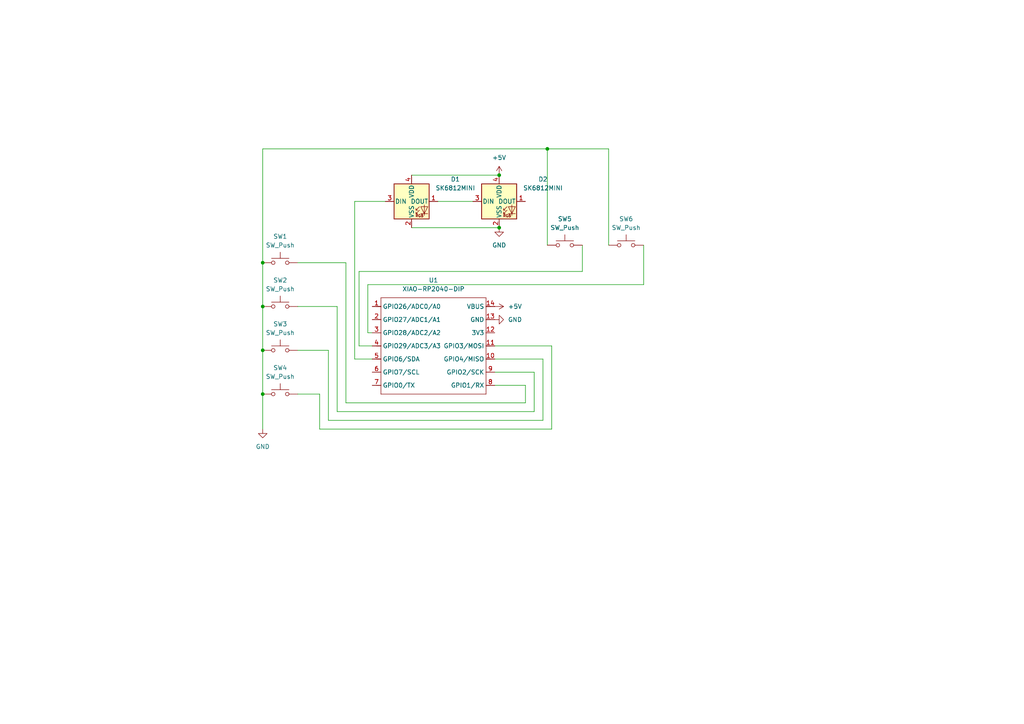
<source format=kicad_sch>
(kicad_sch
	(version 20250114)
	(generator "eeschema")
	(generator_version "9.0")
	(uuid "75833699-88ff-4db4-9027-850c66d04db1")
	(paper "A4")
	(lib_symbols
		(symbol "LED:SK6812MINI"
			(pin_names
				(offset 0.254)
			)
			(exclude_from_sim no)
			(in_bom yes)
			(on_board yes)
			(property "Reference" "D"
				(at 5.08 5.715 0)
				(effects
					(font
						(size 1.27 1.27)
					)
					(justify right bottom)
				)
			)
			(property "Value" "SK6812MINI"
				(at 1.27 -5.715 0)
				(effects
					(font
						(size 1.27 1.27)
					)
					(justify left top)
				)
			)
			(property "Footprint" "LED_SMD:LED_SK6812MINI_PLCC4_3.5x3.5mm_P1.75mm"
				(at 1.27 -7.62 0)
				(effects
					(font
						(size 1.27 1.27)
					)
					(justify left top)
					(hide yes)
				)
			)
			(property "Datasheet" "https://cdn-shop.adafruit.com/product-files/2686/SK6812MINI_REV.01-1-2.pdf"
				(at 2.54 -9.525 0)
				(effects
					(font
						(size 1.27 1.27)
					)
					(justify left top)
					(hide yes)
				)
			)
			(property "Description" "RGB LED with integrated controller"
				(at 0 0 0)
				(effects
					(font
						(size 1.27 1.27)
					)
					(hide yes)
				)
			)
			(property "ki_keywords" "RGB LED NeoPixel Mini addressable"
				(at 0 0 0)
				(effects
					(font
						(size 1.27 1.27)
					)
					(hide yes)
				)
			)
			(property "ki_fp_filters" "LED*SK6812MINI*PLCC*3.5x3.5mm*P1.75mm*"
				(at 0 0 0)
				(effects
					(font
						(size 1.27 1.27)
					)
					(hide yes)
				)
			)
			(symbol "SK6812MINI_0_0"
				(text "RGB"
					(at 2.286 -4.191 0)
					(effects
						(font
							(size 0.762 0.762)
						)
					)
				)
			)
			(symbol "SK6812MINI_0_1"
				(polyline
					(pts
						(xy 1.27 -2.54) (xy 1.778 -2.54)
					)
					(stroke
						(width 0)
						(type default)
					)
					(fill
						(type none)
					)
				)
				(polyline
					(pts
						(xy 1.27 -3.556) (xy 1.778 -3.556)
					)
					(stroke
						(width 0)
						(type default)
					)
					(fill
						(type none)
					)
				)
				(polyline
					(pts
						(xy 2.286 -1.524) (xy 1.27 -2.54) (xy 1.27 -2.032)
					)
					(stroke
						(width 0)
						(type default)
					)
					(fill
						(type none)
					)
				)
				(polyline
					(pts
						(xy 2.286 -2.54) (xy 1.27 -3.556) (xy 1.27 -3.048)
					)
					(stroke
						(width 0)
						(type default)
					)
					(fill
						(type none)
					)
				)
				(polyline
					(pts
						(xy 3.683 -1.016) (xy 3.683 -3.556) (xy 3.683 -4.064)
					)
					(stroke
						(width 0)
						(type default)
					)
					(fill
						(type none)
					)
				)
				(polyline
					(pts
						(xy 4.699 -1.524) (xy 2.667 -1.524) (xy 3.683 -3.556) (xy 4.699 -1.524)
					)
					(stroke
						(width 0)
						(type default)
					)
					(fill
						(type none)
					)
				)
				(polyline
					(pts
						(xy 4.699 -3.556) (xy 2.667 -3.556)
					)
					(stroke
						(width 0)
						(type default)
					)
					(fill
						(type none)
					)
				)
				(rectangle
					(start 5.08 5.08)
					(end -5.08 -5.08)
					(stroke
						(width 0.254)
						(type default)
					)
					(fill
						(type background)
					)
				)
			)
			(symbol "SK6812MINI_1_1"
				(pin input line
					(at -7.62 0 0)
					(length 2.54)
					(name "DIN"
						(effects
							(font
								(size 1.27 1.27)
							)
						)
					)
					(number "3"
						(effects
							(font
								(size 1.27 1.27)
							)
						)
					)
				)
				(pin power_in line
					(at 0 7.62 270)
					(length 2.54)
					(name "VDD"
						(effects
							(font
								(size 1.27 1.27)
							)
						)
					)
					(number "4"
						(effects
							(font
								(size 1.27 1.27)
							)
						)
					)
				)
				(pin power_in line
					(at 0 -7.62 90)
					(length 2.54)
					(name "VSS"
						(effects
							(font
								(size 1.27 1.27)
							)
						)
					)
					(number "2"
						(effects
							(font
								(size 1.27 1.27)
							)
						)
					)
				)
				(pin output line
					(at 7.62 0 180)
					(length 2.54)
					(name "DOUT"
						(effects
							(font
								(size 1.27 1.27)
							)
						)
					)
					(number "1"
						(effects
							(font
								(size 1.27 1.27)
							)
						)
					)
				)
			)
			(embedded_fonts no)
		)
		(symbol "Seeed_Studio_XIAO_Series:XIAO-RP2040-DIP"
			(exclude_from_sim no)
			(in_bom yes)
			(on_board yes)
			(property "Reference" "U"
				(at 0 0 0)
				(effects
					(font
						(size 1.27 1.27)
					)
				)
			)
			(property "Value" "XIAO-RP2040-DIP"
				(at 5.334 -1.778 0)
				(effects
					(font
						(size 1.27 1.27)
					)
				)
			)
			(property "Footprint" "Module:MOUDLE14P-XIAO-DIP-SMD"
				(at 14.478 -32.258 0)
				(effects
					(font
						(size 1.27 1.27)
					)
					(hide yes)
				)
			)
			(property "Datasheet" ""
				(at 0 0 0)
				(effects
					(font
						(size 1.27 1.27)
					)
					(hide yes)
				)
			)
			(property "Description" ""
				(at 0 0 0)
				(effects
					(font
						(size 1.27 1.27)
					)
					(hide yes)
				)
			)
			(symbol "XIAO-RP2040-DIP_1_0"
				(polyline
					(pts
						(xy -1.27 -2.54) (xy 29.21 -2.54)
					)
					(stroke
						(width 0.1524)
						(type solid)
					)
					(fill
						(type none)
					)
				)
				(polyline
					(pts
						(xy -1.27 -5.08) (xy -2.54 -5.08)
					)
					(stroke
						(width 0.1524)
						(type solid)
					)
					(fill
						(type none)
					)
				)
				(polyline
					(pts
						(xy -1.27 -5.08) (xy -1.27 -2.54)
					)
					(stroke
						(width 0.1524)
						(type solid)
					)
					(fill
						(type none)
					)
				)
				(polyline
					(pts
						(xy -1.27 -8.89) (xy -2.54 -8.89)
					)
					(stroke
						(width 0.1524)
						(type solid)
					)
					(fill
						(type none)
					)
				)
				(polyline
					(pts
						(xy -1.27 -8.89) (xy -1.27 -5.08)
					)
					(stroke
						(width 0.1524)
						(type solid)
					)
					(fill
						(type none)
					)
				)
				(polyline
					(pts
						(xy -1.27 -12.7) (xy -2.54 -12.7)
					)
					(stroke
						(width 0.1524)
						(type solid)
					)
					(fill
						(type none)
					)
				)
				(polyline
					(pts
						(xy -1.27 -12.7) (xy -1.27 -8.89)
					)
					(stroke
						(width 0.1524)
						(type solid)
					)
					(fill
						(type none)
					)
				)
				(polyline
					(pts
						(xy -1.27 -16.51) (xy -2.54 -16.51)
					)
					(stroke
						(width 0.1524)
						(type solid)
					)
					(fill
						(type none)
					)
				)
				(polyline
					(pts
						(xy -1.27 -16.51) (xy -1.27 -12.7)
					)
					(stroke
						(width 0.1524)
						(type solid)
					)
					(fill
						(type none)
					)
				)
				(polyline
					(pts
						(xy -1.27 -20.32) (xy -2.54 -20.32)
					)
					(stroke
						(width 0.1524)
						(type solid)
					)
					(fill
						(type none)
					)
				)
				(polyline
					(pts
						(xy -1.27 -24.13) (xy -2.54 -24.13)
					)
					(stroke
						(width 0.1524)
						(type solid)
					)
					(fill
						(type none)
					)
				)
				(polyline
					(pts
						(xy -1.27 -27.94) (xy -2.54 -27.94)
					)
					(stroke
						(width 0.1524)
						(type solid)
					)
					(fill
						(type none)
					)
				)
				(polyline
					(pts
						(xy -1.27 -30.48) (xy -1.27 -16.51)
					)
					(stroke
						(width 0.1524)
						(type solid)
					)
					(fill
						(type none)
					)
				)
				(polyline
					(pts
						(xy 29.21 -2.54) (xy 29.21 -5.08)
					)
					(stroke
						(width 0.1524)
						(type solid)
					)
					(fill
						(type none)
					)
				)
				(polyline
					(pts
						(xy 29.21 -5.08) (xy 29.21 -8.89)
					)
					(stroke
						(width 0.1524)
						(type solid)
					)
					(fill
						(type none)
					)
				)
				(polyline
					(pts
						(xy 29.21 -8.89) (xy 29.21 -12.7)
					)
					(stroke
						(width 0.1524)
						(type solid)
					)
					(fill
						(type none)
					)
				)
				(polyline
					(pts
						(xy 29.21 -12.7) (xy 29.21 -30.48)
					)
					(stroke
						(width 0.1524)
						(type solid)
					)
					(fill
						(type none)
					)
				)
				(polyline
					(pts
						(xy 29.21 -30.48) (xy -1.27 -30.48)
					)
					(stroke
						(width 0.1524)
						(type solid)
					)
					(fill
						(type none)
					)
				)
				(polyline
					(pts
						(xy 30.48 -5.08) (xy 29.21 -5.08)
					)
					(stroke
						(width 0.1524)
						(type solid)
					)
					(fill
						(type none)
					)
				)
				(polyline
					(pts
						(xy 30.48 -8.89) (xy 29.21 -8.89)
					)
					(stroke
						(width 0.1524)
						(type solid)
					)
					(fill
						(type none)
					)
				)
				(polyline
					(pts
						(xy 30.48 -12.7) (xy 29.21 -12.7)
					)
					(stroke
						(width 0.1524)
						(type solid)
					)
					(fill
						(type none)
					)
				)
				(polyline
					(pts
						(xy 30.48 -16.51) (xy 29.21 -16.51)
					)
					(stroke
						(width 0.1524)
						(type solid)
					)
					(fill
						(type none)
					)
				)
				(polyline
					(pts
						(xy 30.48 -20.32) (xy 29.21 -20.32)
					)
					(stroke
						(width 0.1524)
						(type solid)
					)
					(fill
						(type none)
					)
				)
				(polyline
					(pts
						(xy 30.48 -24.13) (xy 29.21 -24.13)
					)
					(stroke
						(width 0.1524)
						(type solid)
					)
					(fill
						(type none)
					)
				)
				(polyline
					(pts
						(xy 30.48 -27.94) (xy 29.21 -27.94)
					)
					(stroke
						(width 0.1524)
						(type solid)
					)
					(fill
						(type none)
					)
				)
				(pin passive line
					(at -3.81 -5.08 0)
					(length 2.54)
					(name "GPIO26/ADC0/A0"
						(effects
							(font
								(size 1.27 1.27)
							)
						)
					)
					(number "1"
						(effects
							(font
								(size 1.27 1.27)
							)
						)
					)
				)
				(pin passive line
					(at -3.81 -8.89 0)
					(length 2.54)
					(name "GPIO27/ADC1/A1"
						(effects
							(font
								(size 1.27 1.27)
							)
						)
					)
					(number "2"
						(effects
							(font
								(size 1.27 1.27)
							)
						)
					)
				)
				(pin passive line
					(at -3.81 -12.7 0)
					(length 2.54)
					(name "GPIO28/ADC2/A2"
						(effects
							(font
								(size 1.27 1.27)
							)
						)
					)
					(number "3"
						(effects
							(font
								(size 1.27 1.27)
							)
						)
					)
				)
				(pin passive line
					(at -3.81 -16.51 0)
					(length 2.54)
					(name "GPIO29/ADC3/A3"
						(effects
							(font
								(size 1.27 1.27)
							)
						)
					)
					(number "4"
						(effects
							(font
								(size 1.27 1.27)
							)
						)
					)
				)
				(pin passive line
					(at -3.81 -20.32 0)
					(length 2.54)
					(name "GPIO6/SDA"
						(effects
							(font
								(size 1.27 1.27)
							)
						)
					)
					(number "5"
						(effects
							(font
								(size 1.27 1.27)
							)
						)
					)
				)
				(pin passive line
					(at -3.81 -24.13 0)
					(length 2.54)
					(name "GPIO7/SCL"
						(effects
							(font
								(size 1.27 1.27)
							)
						)
					)
					(number "6"
						(effects
							(font
								(size 1.27 1.27)
							)
						)
					)
				)
				(pin passive line
					(at -3.81 -27.94 0)
					(length 2.54)
					(name "GPIO0/TX"
						(effects
							(font
								(size 1.27 1.27)
							)
						)
					)
					(number "7"
						(effects
							(font
								(size 1.27 1.27)
							)
						)
					)
				)
				(pin passive line
					(at 31.75 -5.08 180)
					(length 2.54)
					(name "VBUS"
						(effects
							(font
								(size 1.27 1.27)
							)
						)
					)
					(number "14"
						(effects
							(font
								(size 1.27 1.27)
							)
						)
					)
				)
				(pin passive line
					(at 31.75 -8.89 180)
					(length 2.54)
					(name "GND"
						(effects
							(font
								(size 1.27 1.27)
							)
						)
					)
					(number "13"
						(effects
							(font
								(size 1.27 1.27)
							)
						)
					)
				)
				(pin passive line
					(at 31.75 -12.7 180)
					(length 2.54)
					(name "3V3"
						(effects
							(font
								(size 1.27 1.27)
							)
						)
					)
					(number "12"
						(effects
							(font
								(size 1.27 1.27)
							)
						)
					)
				)
				(pin passive line
					(at 31.75 -16.51 180)
					(length 2.54)
					(name "GPIO3/MOSI"
						(effects
							(font
								(size 1.27 1.27)
							)
						)
					)
					(number "11"
						(effects
							(font
								(size 1.27 1.27)
							)
						)
					)
				)
				(pin passive line
					(at 31.75 -20.32 180)
					(length 2.54)
					(name "GPIO4/MISO"
						(effects
							(font
								(size 1.27 1.27)
							)
						)
					)
					(number "10"
						(effects
							(font
								(size 1.27 1.27)
							)
						)
					)
				)
				(pin passive line
					(at 31.75 -24.13 180)
					(length 2.54)
					(name "GPIO2/SCK"
						(effects
							(font
								(size 1.27 1.27)
							)
						)
					)
					(number "9"
						(effects
							(font
								(size 1.27 1.27)
							)
						)
					)
				)
				(pin passive line
					(at 31.75 -27.94 180)
					(length 2.54)
					(name "GPIO1/RX"
						(effects
							(font
								(size 1.27 1.27)
							)
						)
					)
					(number "8"
						(effects
							(font
								(size 1.27 1.27)
							)
						)
					)
				)
			)
			(embedded_fonts no)
		)
		(symbol "Switch:SW_Push"
			(pin_numbers
				(hide yes)
			)
			(pin_names
				(offset 1.016)
				(hide yes)
			)
			(exclude_from_sim no)
			(in_bom yes)
			(on_board yes)
			(property "Reference" "SW"
				(at 1.27 2.54 0)
				(effects
					(font
						(size 1.27 1.27)
					)
					(justify left)
				)
			)
			(property "Value" "SW_Push"
				(at 0 -1.524 0)
				(effects
					(font
						(size 1.27 1.27)
					)
				)
			)
			(property "Footprint" ""
				(at 0 5.08 0)
				(effects
					(font
						(size 1.27 1.27)
					)
					(hide yes)
				)
			)
			(property "Datasheet" "~"
				(at 0 5.08 0)
				(effects
					(font
						(size 1.27 1.27)
					)
					(hide yes)
				)
			)
			(property "Description" "Push button switch, generic, two pins"
				(at 0 0 0)
				(effects
					(font
						(size 1.27 1.27)
					)
					(hide yes)
				)
			)
			(property "ki_keywords" "switch normally-open pushbutton push-button"
				(at 0 0 0)
				(effects
					(font
						(size 1.27 1.27)
					)
					(hide yes)
				)
			)
			(symbol "SW_Push_0_1"
				(circle
					(center -2.032 0)
					(radius 0.508)
					(stroke
						(width 0)
						(type default)
					)
					(fill
						(type none)
					)
				)
				(polyline
					(pts
						(xy 0 1.27) (xy 0 3.048)
					)
					(stroke
						(width 0)
						(type default)
					)
					(fill
						(type none)
					)
				)
				(circle
					(center 2.032 0)
					(radius 0.508)
					(stroke
						(width 0)
						(type default)
					)
					(fill
						(type none)
					)
				)
				(polyline
					(pts
						(xy 2.54 1.27) (xy -2.54 1.27)
					)
					(stroke
						(width 0)
						(type default)
					)
					(fill
						(type none)
					)
				)
				(pin passive line
					(at -5.08 0 0)
					(length 2.54)
					(name "1"
						(effects
							(font
								(size 1.27 1.27)
							)
						)
					)
					(number "1"
						(effects
							(font
								(size 1.27 1.27)
							)
						)
					)
				)
				(pin passive line
					(at 5.08 0 180)
					(length 2.54)
					(name "2"
						(effects
							(font
								(size 1.27 1.27)
							)
						)
					)
					(number "2"
						(effects
							(font
								(size 1.27 1.27)
							)
						)
					)
				)
			)
			(embedded_fonts no)
		)
		(symbol "power:+5V"
			(power)
			(pin_numbers
				(hide yes)
			)
			(pin_names
				(offset 0)
				(hide yes)
			)
			(exclude_from_sim no)
			(in_bom yes)
			(on_board yes)
			(property "Reference" "#PWR"
				(at 0 -3.81 0)
				(effects
					(font
						(size 1.27 1.27)
					)
					(hide yes)
				)
			)
			(property "Value" "+5V"
				(at 0 3.556 0)
				(effects
					(font
						(size 1.27 1.27)
					)
				)
			)
			(property "Footprint" ""
				(at 0 0 0)
				(effects
					(font
						(size 1.27 1.27)
					)
					(hide yes)
				)
			)
			(property "Datasheet" ""
				(at 0 0 0)
				(effects
					(font
						(size 1.27 1.27)
					)
					(hide yes)
				)
			)
			(property "Description" "Power symbol creates a global label with name \"+5V\""
				(at 0 0 0)
				(effects
					(font
						(size 1.27 1.27)
					)
					(hide yes)
				)
			)
			(property "ki_keywords" "global power"
				(at 0 0 0)
				(effects
					(font
						(size 1.27 1.27)
					)
					(hide yes)
				)
			)
			(symbol "+5V_0_1"
				(polyline
					(pts
						(xy -0.762 1.27) (xy 0 2.54)
					)
					(stroke
						(width 0)
						(type default)
					)
					(fill
						(type none)
					)
				)
				(polyline
					(pts
						(xy 0 2.54) (xy 0.762 1.27)
					)
					(stroke
						(width 0)
						(type default)
					)
					(fill
						(type none)
					)
				)
				(polyline
					(pts
						(xy 0 0) (xy 0 2.54)
					)
					(stroke
						(width 0)
						(type default)
					)
					(fill
						(type none)
					)
				)
			)
			(symbol "+5V_1_1"
				(pin power_in line
					(at 0 0 90)
					(length 0)
					(name "~"
						(effects
							(font
								(size 1.27 1.27)
							)
						)
					)
					(number "1"
						(effects
							(font
								(size 1.27 1.27)
							)
						)
					)
				)
			)
			(embedded_fonts no)
		)
		(symbol "power:GND"
			(power)
			(pin_numbers
				(hide yes)
			)
			(pin_names
				(offset 0)
				(hide yes)
			)
			(exclude_from_sim no)
			(in_bom yes)
			(on_board yes)
			(property "Reference" "#PWR"
				(at 0 -6.35 0)
				(effects
					(font
						(size 1.27 1.27)
					)
					(hide yes)
				)
			)
			(property "Value" "GND"
				(at 0 -3.81 0)
				(effects
					(font
						(size 1.27 1.27)
					)
				)
			)
			(property "Footprint" ""
				(at 0 0 0)
				(effects
					(font
						(size 1.27 1.27)
					)
					(hide yes)
				)
			)
			(property "Datasheet" ""
				(at 0 0 0)
				(effects
					(font
						(size 1.27 1.27)
					)
					(hide yes)
				)
			)
			(property "Description" "Power symbol creates a global label with name \"GND\" , ground"
				(at 0 0 0)
				(effects
					(font
						(size 1.27 1.27)
					)
					(hide yes)
				)
			)
			(property "ki_keywords" "global power"
				(at 0 0 0)
				(effects
					(font
						(size 1.27 1.27)
					)
					(hide yes)
				)
			)
			(symbol "GND_0_1"
				(polyline
					(pts
						(xy 0 0) (xy 0 -1.27) (xy 1.27 -1.27) (xy 0 -2.54) (xy -1.27 -1.27) (xy 0 -1.27)
					)
					(stroke
						(width 0)
						(type default)
					)
					(fill
						(type none)
					)
				)
			)
			(symbol "GND_1_1"
				(pin power_in line
					(at 0 0 270)
					(length 0)
					(name "~"
						(effects
							(font
								(size 1.27 1.27)
							)
						)
					)
					(number "1"
						(effects
							(font
								(size 1.27 1.27)
							)
						)
					)
				)
			)
			(embedded_fonts no)
		)
	)
	(junction
		(at 144.78 50.8)
		(diameter 0)
		(color 0 0 0 0)
		(uuid "1453ec88-24d7-4c2d-acce-42c3267ee89e")
	)
	(junction
		(at 76.2 76.2)
		(diameter 0)
		(color 0 0 0 0)
		(uuid "31a33cce-b1c6-4076-88e5-f70d824748d8")
	)
	(junction
		(at 76.2 88.9)
		(diameter 0)
		(color 0 0 0 0)
		(uuid "3a107a71-a207-4648-8bfb-7b4d38540171")
	)
	(junction
		(at 158.75 43.18)
		(diameter 0)
		(color 0 0 0 0)
		(uuid "94e02258-e8a7-4f8d-9c9f-31e59d0e69c3")
	)
	(junction
		(at 76.2 101.6)
		(diameter 0)
		(color 0 0 0 0)
		(uuid "a32b0147-0492-48b0-9a4c-a996ad548bf2")
	)
	(junction
		(at 144.78 66.04)
		(diameter 0)
		(color 0 0 0 0)
		(uuid "d3b554bb-ee05-4bce-85f9-6ebe50f1252c")
	)
	(junction
		(at 76.2 114.3)
		(diameter 0)
		(color 0 0 0 0)
		(uuid "edfbcd94-b4db-40d1-b031-ead7e8815afe")
	)
	(wire
		(pts
			(xy 119.38 50.8) (xy 144.78 50.8)
		)
		(stroke
			(width 0)
			(type default)
		)
		(uuid "06851540-fcc3-43c3-a7ec-abe12572fdf4")
	)
	(wire
		(pts
			(xy 76.2 114.3) (xy 76.2 124.46)
		)
		(stroke
			(width 0)
			(type default)
		)
		(uuid "0ed9dc04-a706-4623-a611-1df4cf6dd2d7")
	)
	(wire
		(pts
			(xy 168.91 78.74) (xy 104.14 78.74)
		)
		(stroke
			(width 0)
			(type default)
		)
		(uuid "11e20931-0f84-4767-a6ed-6704df4ca8e6")
	)
	(wire
		(pts
			(xy 143.51 111.76) (xy 152.4 111.76)
		)
		(stroke
			(width 0)
			(type default)
		)
		(uuid "13380057-39e9-4a34-9ea3-ca5556263544")
	)
	(wire
		(pts
			(xy 102.87 58.42) (xy 111.76 58.42)
		)
		(stroke
			(width 0)
			(type default)
		)
		(uuid "159b1b5f-0715-4ab5-aad2-e8300d562d3d")
	)
	(wire
		(pts
			(xy 152.4 111.76) (xy 152.4 116.84)
		)
		(stroke
			(width 0)
			(type default)
		)
		(uuid "23b8b21c-6893-4ddb-9220-a3b2a01414b6")
	)
	(wire
		(pts
			(xy 186.69 82.55) (xy 106.68 82.55)
		)
		(stroke
			(width 0)
			(type default)
		)
		(uuid "2d8a4ee9-74e3-4e05-a100-aac9c09e9e49")
	)
	(wire
		(pts
			(xy 100.33 76.2) (xy 86.36 76.2)
		)
		(stroke
			(width 0)
			(type default)
		)
		(uuid "32f7327c-9df9-490f-9cb3-0ee5e59fb742")
	)
	(wire
		(pts
			(xy 168.91 71.12) (xy 168.91 78.74)
		)
		(stroke
			(width 0)
			(type default)
		)
		(uuid "375b5a32-d36c-44e4-838c-82f23875355e")
	)
	(wire
		(pts
			(xy 127 58.42) (xy 137.16 58.42)
		)
		(stroke
			(width 0)
			(type default)
		)
		(uuid "385c7939-ff9a-4018-86a4-53c1aff5bd95")
	)
	(wire
		(pts
			(xy 154.94 119.38) (xy 154.94 107.95)
		)
		(stroke
			(width 0)
			(type default)
		)
		(uuid "46b269fc-692f-442a-a96d-718cee4e9b73")
	)
	(wire
		(pts
			(xy 97.79 119.38) (xy 154.94 119.38)
		)
		(stroke
			(width 0)
			(type default)
		)
		(uuid "4a65af7f-38c6-4625-95b4-5afc4b6a9d85")
	)
	(wire
		(pts
			(xy 176.53 43.18) (xy 158.75 43.18)
		)
		(stroke
			(width 0)
			(type default)
		)
		(uuid "4acb5667-ba0b-4e81-8c02-c38c2049c70f")
	)
	(wire
		(pts
			(xy 157.48 104.14) (xy 157.48 121.92)
		)
		(stroke
			(width 0)
			(type default)
		)
		(uuid "55f35c0d-29ab-4a6e-bccf-5d9980ea73e0")
	)
	(wire
		(pts
			(xy 143.51 104.14) (xy 157.48 104.14)
		)
		(stroke
			(width 0)
			(type default)
		)
		(uuid "5cdb43ea-4735-4dc7-8dc1-d95dedbae7f9")
	)
	(wire
		(pts
			(xy 176.53 71.12) (xy 176.53 43.18)
		)
		(stroke
			(width 0)
			(type default)
		)
		(uuid "63c0e723-804d-41d3-813f-6dded968f8b6")
	)
	(wire
		(pts
			(xy 102.87 104.14) (xy 102.87 58.42)
		)
		(stroke
			(width 0)
			(type default)
		)
		(uuid "68bffb73-844d-4ba6-a6d0-07b46dbcb6cc")
	)
	(wire
		(pts
			(xy 104.14 78.74) (xy 104.14 100.33)
		)
		(stroke
			(width 0)
			(type default)
		)
		(uuid "6b513e73-62a9-4237-a7a0-4e9c0b05ec76")
	)
	(wire
		(pts
			(xy 106.68 96.52) (xy 107.95 96.52)
		)
		(stroke
			(width 0)
			(type default)
		)
		(uuid "6d11cb85-c962-4a56-a2aa-c130d2ecaacd")
	)
	(wire
		(pts
			(xy 76.2 88.9) (xy 76.2 101.6)
		)
		(stroke
			(width 0)
			(type default)
		)
		(uuid "7e6cff65-55b3-4343-837a-627465519582")
	)
	(wire
		(pts
			(xy 158.75 71.12) (xy 158.75 43.18)
		)
		(stroke
			(width 0)
			(type default)
		)
		(uuid "7e8f1161-960e-430a-ba0b-e7f5beb4c3f1")
	)
	(wire
		(pts
			(xy 92.71 114.3) (xy 92.71 124.46)
		)
		(stroke
			(width 0)
			(type default)
		)
		(uuid "85abac9c-551c-409e-b191-833ffc79a87b")
	)
	(wire
		(pts
			(xy 160.02 100.33) (xy 143.51 100.33)
		)
		(stroke
			(width 0)
			(type default)
		)
		(uuid "85e53f2f-1e92-43d1-a15f-58b68975fdaf")
	)
	(wire
		(pts
			(xy 107.95 104.14) (xy 102.87 104.14)
		)
		(stroke
			(width 0)
			(type default)
		)
		(uuid "8ad9d88d-63c3-4067-bea0-d4d547a5d699")
	)
	(wire
		(pts
			(xy 119.38 66.04) (xy 144.78 66.04)
		)
		(stroke
			(width 0)
			(type default)
		)
		(uuid "8bd8177a-6054-456e-8221-d9e5e59a0f91")
	)
	(wire
		(pts
			(xy 76.2 101.6) (xy 76.2 114.3)
		)
		(stroke
			(width 0)
			(type default)
		)
		(uuid "9ff8cfd0-31d8-4323-ba5b-4df7da413a42")
	)
	(wire
		(pts
			(xy 97.79 88.9) (xy 97.79 119.38)
		)
		(stroke
			(width 0)
			(type default)
		)
		(uuid "a1491527-702c-4617-b185-cd3c585b1200")
	)
	(wire
		(pts
			(xy 95.25 101.6) (xy 86.36 101.6)
		)
		(stroke
			(width 0)
			(type default)
		)
		(uuid "a43707d0-120d-49be-83ff-11409bb67f62")
	)
	(wire
		(pts
			(xy 76.2 43.18) (xy 76.2 76.2)
		)
		(stroke
			(width 0)
			(type default)
		)
		(uuid "c4dcf22d-dfaa-42a6-8a2e-ca7f25e4bf49")
	)
	(wire
		(pts
			(xy 95.25 121.92) (xy 95.25 101.6)
		)
		(stroke
			(width 0)
			(type default)
		)
		(uuid "c97849ec-3bd8-4cc2-a8ad-ee15050255ea")
	)
	(wire
		(pts
			(xy 158.75 43.18) (xy 76.2 43.18)
		)
		(stroke
			(width 0)
			(type default)
		)
		(uuid "d3a024ef-d30f-4c55-b922-9cd82236c1ac")
	)
	(wire
		(pts
			(xy 76.2 76.2) (xy 76.2 88.9)
		)
		(stroke
			(width 0)
			(type default)
		)
		(uuid "d6257d94-5c27-4cc8-9acc-f28aa86f74fe")
	)
	(wire
		(pts
			(xy 186.69 71.12) (xy 186.69 82.55)
		)
		(stroke
			(width 0)
			(type default)
		)
		(uuid "de435019-e5d1-480b-a97f-7318e3c8d3a6")
	)
	(wire
		(pts
			(xy 86.36 88.9) (xy 97.79 88.9)
		)
		(stroke
			(width 0)
			(type default)
		)
		(uuid "e303e895-0857-4739-b10d-62f7ca61bd90")
	)
	(wire
		(pts
			(xy 152.4 116.84) (xy 100.33 116.84)
		)
		(stroke
			(width 0)
			(type default)
		)
		(uuid "e75b5ff5-a584-4f84-9243-f4e278649ebd")
	)
	(wire
		(pts
			(xy 154.94 107.95) (xy 143.51 107.95)
		)
		(stroke
			(width 0)
			(type default)
		)
		(uuid "eeea74a7-d311-4c8f-8350-2cb5c4bfd3d0")
	)
	(wire
		(pts
			(xy 86.36 114.3) (xy 92.71 114.3)
		)
		(stroke
			(width 0)
			(type default)
		)
		(uuid "ef8934d3-6c61-4ba7-8ab6-0941674bdc2c")
	)
	(wire
		(pts
			(xy 160.02 124.46) (xy 160.02 100.33)
		)
		(stroke
			(width 0)
			(type default)
		)
		(uuid "f0d25e81-1494-488d-8396-f06ff8c98301")
	)
	(wire
		(pts
			(xy 92.71 124.46) (xy 160.02 124.46)
		)
		(stroke
			(width 0)
			(type default)
		)
		(uuid "f18a821f-d85e-4033-9f91-d0ebdbc1d7d7")
	)
	(wire
		(pts
			(xy 104.14 100.33) (xy 107.95 100.33)
		)
		(stroke
			(width 0)
			(type default)
		)
		(uuid "f3ce803e-35b1-4f62-88f2-9180fbd1b6ca")
	)
	(wire
		(pts
			(xy 100.33 116.84) (xy 100.33 76.2)
		)
		(stroke
			(width 0)
			(type default)
		)
		(uuid "f46770ff-ef28-4b00-8872-e65a8cb60b05")
	)
	(wire
		(pts
			(xy 106.68 82.55) (xy 106.68 96.52)
		)
		(stroke
			(width 0)
			(type default)
		)
		(uuid "f6d25e78-e17f-4356-bc58-25f1c9420a85")
	)
	(wire
		(pts
			(xy 157.48 121.92) (xy 95.25 121.92)
		)
		(stroke
			(width 0)
			(type default)
		)
		(uuid "fe2337cc-35b2-4650-86d0-c48c3afef3a7")
	)
	(symbol
		(lib_id "Seeed_Studio_XIAO_Series:XIAO-RP2040-DIP")
		(at 111.76 83.82 0)
		(unit 1)
		(exclude_from_sim no)
		(in_bom yes)
		(on_board yes)
		(dnp no)
		(fields_autoplaced yes)
		(uuid "01d8c25f-1ca2-43a1-8ff3-a28f5ffead93")
		(property "Reference" "U1"
			(at 125.73 81.28 0)
			(effects
				(font
					(size 1.27 1.27)
				)
			)
		)
		(property "Value" "XIAO-RP2040-DIP"
			(at 125.73 83.82 0)
			(effects
				(font
					(size 1.27 1.27)
				)
			)
		)
		(property "Footprint" "Seeed Studio XIAO Series Library:XIAO-RP2040-DIP"
			(at 126.238 116.078 0)
			(effects
				(font
					(size 1.27 1.27)
				)
				(hide yes)
			)
		)
		(property "Datasheet" ""
			(at 111.76 83.82 0)
			(effects
				(font
					(size 1.27 1.27)
				)
				(hide yes)
			)
		)
		(property "Description" ""
			(at 111.76 83.82 0)
			(effects
				(font
					(size 1.27 1.27)
				)
				(hide yes)
			)
		)
		(pin "1"
			(uuid "c5963e0e-bd46-48e0-92ba-79c7373b9392")
		)
		(pin "10"
			(uuid "859c9784-b8da-420d-a366-1fbacf17a3ba")
		)
		(pin "8"
			(uuid "f121c819-98d0-4dee-93dd-c8e29864f6ce")
		)
		(pin "14"
			(uuid "40a3e1e8-c8cc-4abe-a103-7e036143ed88")
		)
		(pin "13"
			(uuid "de594581-5287-465f-85a9-374b3d4d50e9")
		)
		(pin "5"
			(uuid "0bf03dcf-256c-4f54-b844-be64659977d4")
		)
		(pin "11"
			(uuid "b958d6d6-cc1b-4c27-bd6b-35a2fb987b05")
		)
		(pin "12"
			(uuid "53fe49ad-747b-4761-95f1-f705c1510e19")
		)
		(pin "6"
			(uuid "0895c95e-f0d8-42d9-9bdf-ce0b9ee90f37")
		)
		(pin "7"
			(uuid "9ab18dff-067d-44bc-8c77-742d25959007")
		)
		(pin "4"
			(uuid "b4cf7693-6454-49c9-b1dd-7c6c94b4c7f0")
		)
		(pin "9"
			(uuid "2b07fe63-7289-45ee-a446-1af0a1fbdd18")
		)
		(pin "2"
			(uuid "3389e209-7589-446b-89ce-f5aee61e25ec")
		)
		(pin "3"
			(uuid "a151c775-e1fa-4c45-8408-f2d553130646")
		)
		(instances
			(project ""
				(path "/75833699-88ff-4db4-9027-850c66d04db1"
					(reference "U1")
					(unit 1)
				)
			)
		)
	)
	(symbol
		(lib_id "power:GND")
		(at 144.78 66.04 0)
		(unit 1)
		(exclude_from_sim no)
		(in_bom yes)
		(on_board yes)
		(dnp no)
		(fields_autoplaced yes)
		(uuid "0a155a73-7031-4f47-bf8e-6ecfb1720fbc")
		(property "Reference" "#PWR02"
			(at 144.78 72.39 0)
			(effects
				(font
					(size 1.27 1.27)
				)
				(hide yes)
			)
		)
		(property "Value" "GND"
			(at 144.78 71.12 0)
			(effects
				(font
					(size 1.27 1.27)
				)
			)
		)
		(property "Footprint" ""
			(at 144.78 66.04 0)
			(effects
				(font
					(size 1.27 1.27)
				)
				(hide yes)
			)
		)
		(property "Datasheet" ""
			(at 144.78 66.04 0)
			(effects
				(font
					(size 1.27 1.27)
				)
				(hide yes)
			)
		)
		(property "Description" "Power symbol creates a global label with name \"GND\" , ground"
			(at 144.78 66.04 0)
			(effects
				(font
					(size 1.27 1.27)
				)
				(hide yes)
			)
		)
		(pin "1"
			(uuid "b9432f7a-132f-4682-8280-193c52c67c16")
		)
		(instances
			(project ""
				(path "/75833699-88ff-4db4-9027-850c66d04db1"
					(reference "#PWR02")
					(unit 1)
				)
			)
		)
	)
	(symbol
		(lib_id "Switch:SW_Push")
		(at 81.28 114.3 0)
		(unit 1)
		(exclude_from_sim no)
		(in_bom yes)
		(on_board yes)
		(dnp no)
		(fields_autoplaced yes)
		(uuid "241dc459-71c6-4b5d-a7af-8e5405824913")
		(property "Reference" "SW4"
			(at 81.28 106.68 0)
			(effects
				(font
					(size 1.27 1.27)
				)
			)
		)
		(property "Value" "SW_Push"
			(at 81.28 109.22 0)
			(effects
				(font
					(size 1.27 1.27)
				)
			)
		)
		(property "Footprint" "Button_Switch_Keyboard:SW_Cherry_MX_1.00u_PCB"
			(at 81.28 109.22 0)
			(effects
				(font
					(size 1.27 1.27)
				)
				(hide yes)
			)
		)
		(property "Datasheet" "~"
			(at 81.28 109.22 0)
			(effects
				(font
					(size 1.27 1.27)
				)
				(hide yes)
			)
		)
		(property "Description" "Push button switch, generic, two pins"
			(at 81.28 114.3 0)
			(effects
				(font
					(size 1.27 1.27)
				)
				(hide yes)
			)
		)
		(pin "2"
			(uuid "1b274181-73a6-487b-a987-b29a4305d44c")
		)
		(pin "1"
			(uuid "63a434fd-61c8-40c6-bc46-a6032ad9906f")
		)
		(instances
			(project ""
				(path "/75833699-88ff-4db4-9027-850c66d04db1"
					(reference "SW4")
					(unit 1)
				)
			)
		)
	)
	(symbol
		(lib_id "Switch:SW_Push")
		(at 81.28 88.9 0)
		(unit 1)
		(exclude_from_sim no)
		(in_bom yes)
		(on_board yes)
		(dnp no)
		(fields_autoplaced yes)
		(uuid "2debfc02-bb65-4501-a997-9a07f9343233")
		(property "Reference" "SW2"
			(at 81.28 81.28 0)
			(effects
				(font
					(size 1.27 1.27)
				)
			)
		)
		(property "Value" "SW_Push"
			(at 81.28 83.82 0)
			(effects
				(font
					(size 1.27 1.27)
				)
			)
		)
		(property "Footprint" "Button_Switch_Keyboard:SW_Cherry_MX_1.00u_PCB"
			(at 81.28 83.82 0)
			(effects
				(font
					(size 1.27 1.27)
				)
				(hide yes)
			)
		)
		(property "Datasheet" "~"
			(at 81.28 83.82 0)
			(effects
				(font
					(size 1.27 1.27)
				)
				(hide yes)
			)
		)
		(property "Description" "Push button switch, generic, two pins"
			(at 81.28 88.9 0)
			(effects
				(font
					(size 1.27 1.27)
				)
				(hide yes)
			)
		)
		(pin "2"
			(uuid "df1905ee-0578-4bb7-a237-1ae3ff596cf6")
		)
		(pin "1"
			(uuid "5860e847-896d-46c8-be4b-b11f665328c3")
		)
		(instances
			(project ""
				(path "/75833699-88ff-4db4-9027-850c66d04db1"
					(reference "SW2")
					(unit 1)
				)
			)
		)
	)
	(symbol
		(lib_id "LED:SK6812MINI")
		(at 144.78 58.42 0)
		(unit 1)
		(exclude_from_sim no)
		(in_bom yes)
		(on_board yes)
		(dnp no)
		(fields_autoplaced yes)
		(uuid "5315c75f-7293-43a8-9f4e-d9fe2d16f211")
		(property "Reference" "D2"
			(at 157.48 51.9998 0)
			(effects
				(font
					(size 1.27 1.27)
				)
			)
		)
		(property "Value" "SK6812MINI"
			(at 157.48 54.5398 0)
			(effects
				(font
					(size 1.27 1.27)
				)
			)
		)
		(property "Footprint" "LED_SMD:LED_SK6812MINI_PLCC4_3.5x3.5mm_P1.75mm"
			(at 146.05 66.04 0)
			(effects
				(font
					(size 1.27 1.27)
				)
				(justify left top)
				(hide yes)
			)
		)
		(property "Datasheet" "https://cdn-shop.adafruit.com/product-files/2686/SK6812MINI_REV.01-1-2.pdf"
			(at 147.32 67.945 0)
			(effects
				(font
					(size 1.27 1.27)
				)
				(justify left top)
				(hide yes)
			)
		)
		(property "Description" "RGB LED with integrated controller"
			(at 144.78 58.42 0)
			(effects
				(font
					(size 1.27 1.27)
				)
				(hide yes)
			)
		)
		(pin "2"
			(uuid "1faa84d0-9820-47a2-b639-7861748f5727")
		)
		(pin "3"
			(uuid "a2ecd8f1-500d-44a7-b4b8-e1b0e6ad6b48")
		)
		(pin "4"
			(uuid "e870f7d7-3955-4174-b8b5-a6dd82e960cf")
		)
		(pin "1"
			(uuid "9a703e26-93d8-47b8-986d-dd9e187e54a8")
		)
		(instances
			(project ""
				(path "/75833699-88ff-4db4-9027-850c66d04db1"
					(reference "D2")
					(unit 1)
				)
			)
		)
	)
	(symbol
		(lib_id "LED:SK6812MINI")
		(at 119.38 58.42 0)
		(unit 1)
		(exclude_from_sim no)
		(in_bom yes)
		(on_board yes)
		(dnp no)
		(fields_autoplaced yes)
		(uuid "589967d5-5444-4078-8cf7-c1a56459fcfe")
		(property "Reference" "D1"
			(at 132.08 51.9998 0)
			(effects
				(font
					(size 1.27 1.27)
				)
			)
		)
		(property "Value" "SK6812MINI"
			(at 132.08 54.5398 0)
			(effects
				(font
					(size 1.27 1.27)
				)
			)
		)
		(property "Footprint" "LED_SMD:LED_SK6812MINI_PLCC4_3.5x3.5mm_P1.75mm"
			(at 120.65 66.04 0)
			(effects
				(font
					(size 1.27 1.27)
				)
				(justify left top)
				(hide yes)
			)
		)
		(property "Datasheet" "https://cdn-shop.adafruit.com/product-files/2686/SK6812MINI_REV.01-1-2.pdf"
			(at 121.92 67.945 0)
			(effects
				(font
					(size 1.27 1.27)
				)
				(justify left top)
				(hide yes)
			)
		)
		(property "Description" "RGB LED with integrated controller"
			(at 119.38 58.42 0)
			(effects
				(font
					(size 1.27 1.27)
				)
				(hide yes)
			)
		)
		(pin "3"
			(uuid "7fd3afe0-d589-4827-8754-0381dcbe4f5b")
		)
		(pin "2"
			(uuid "7d32683f-fd74-441d-b7b9-3df930293f1f")
		)
		(pin "1"
			(uuid "ac06de92-fff9-472a-8687-0a725ce1cb12")
		)
		(pin "4"
			(uuid "0878199f-9e25-4f9a-b3e9-3c0ff158fceb")
		)
		(instances
			(project ""
				(path "/75833699-88ff-4db4-9027-850c66d04db1"
					(reference "D1")
					(unit 1)
				)
			)
		)
	)
	(symbol
		(lib_id "power:+5V")
		(at 144.78 50.8 0)
		(unit 1)
		(exclude_from_sim no)
		(in_bom yes)
		(on_board yes)
		(dnp no)
		(fields_autoplaced yes)
		(uuid "68451bb3-0d7e-47af-9e90-e8ed04ea4d89")
		(property "Reference" "#PWR03"
			(at 144.78 54.61 0)
			(effects
				(font
					(size 1.27 1.27)
				)
				(hide yes)
			)
		)
		(property "Value" "+5V"
			(at 144.78 45.72 0)
			(effects
				(font
					(size 1.27 1.27)
				)
			)
		)
		(property "Footprint" ""
			(at 144.78 50.8 0)
			(effects
				(font
					(size 1.27 1.27)
				)
				(hide yes)
			)
		)
		(property "Datasheet" ""
			(at 144.78 50.8 0)
			(effects
				(font
					(size 1.27 1.27)
				)
				(hide yes)
			)
		)
		(property "Description" "Power symbol creates a global label with name \"+5V\""
			(at 144.78 50.8 0)
			(effects
				(font
					(size 1.27 1.27)
				)
				(hide yes)
			)
		)
		(pin "1"
			(uuid "ee3ef0ca-9a69-48f8-ab1d-33b198cc98a0")
		)
		(instances
			(project ""
				(path "/75833699-88ff-4db4-9027-850c66d04db1"
					(reference "#PWR03")
					(unit 1)
				)
			)
		)
	)
	(symbol
		(lib_id "Switch:SW_Push")
		(at 181.61 71.12 0)
		(unit 1)
		(exclude_from_sim no)
		(in_bom yes)
		(on_board yes)
		(dnp no)
		(fields_autoplaced yes)
		(uuid "99d630f9-cc49-4b1c-a581-eb0ff19a98d9")
		(property "Reference" "SW6"
			(at 181.61 63.5 0)
			(effects
				(font
					(size 1.27 1.27)
				)
			)
		)
		(property "Value" "SW_Push"
			(at 181.61 66.04 0)
			(effects
				(font
					(size 1.27 1.27)
				)
			)
		)
		(property "Footprint" "Button_Switch_Keyboard:SW_Cherry_MX_1.00u_PCB"
			(at 181.61 66.04 0)
			(effects
				(font
					(size 1.27 1.27)
				)
				(hide yes)
			)
		)
		(property "Datasheet" "~"
			(at 181.61 66.04 0)
			(effects
				(font
					(size 1.27 1.27)
				)
				(hide yes)
			)
		)
		(property "Description" "Push button switch, generic, two pins"
			(at 181.61 71.12 0)
			(effects
				(font
					(size 1.27 1.27)
				)
				(hide yes)
			)
		)
		(pin "1"
			(uuid "fc399e76-9b8d-48b9-b753-0c13eec5b9d0")
		)
		(pin "2"
			(uuid "31decafd-7ed5-440c-91d7-214fa38b9e64")
		)
		(instances
			(project "Coool"
				(path "/75833699-88ff-4db4-9027-850c66d04db1"
					(reference "SW6")
					(unit 1)
				)
			)
		)
	)
	(symbol
		(lib_id "Switch:SW_Push")
		(at 81.28 76.2 0)
		(unit 1)
		(exclude_from_sim no)
		(in_bom yes)
		(on_board yes)
		(dnp no)
		(fields_autoplaced yes)
		(uuid "db85a28b-5b1e-42a6-848a-ea1940788c09")
		(property "Reference" "SW1"
			(at 81.28 68.58 0)
			(effects
				(font
					(size 1.27 1.27)
				)
			)
		)
		(property "Value" "SW_Push"
			(at 81.28 71.12 0)
			(effects
				(font
					(size 1.27 1.27)
				)
			)
		)
		(property "Footprint" "Button_Switch_Keyboard:SW_Cherry_MX_1.00u_PCB"
			(at 81.28 71.12 0)
			(effects
				(font
					(size 1.27 1.27)
				)
				(hide yes)
			)
		)
		(property "Datasheet" "~"
			(at 81.28 71.12 0)
			(effects
				(font
					(size 1.27 1.27)
				)
				(hide yes)
			)
		)
		(property "Description" "Push button switch, generic, two pins"
			(at 81.28 76.2 0)
			(effects
				(font
					(size 1.27 1.27)
				)
				(hide yes)
			)
		)
		(pin "1"
			(uuid "bdb5383e-811c-4f1a-9430-adf2a3053a75")
		)
		(pin "2"
			(uuid "4d064010-203b-4113-a6fe-7349ba1383cd")
		)
		(instances
			(project ""
				(path "/75833699-88ff-4db4-9027-850c66d04db1"
					(reference "SW1")
					(unit 1)
				)
			)
		)
	)
	(symbol
		(lib_id "Switch:SW_Push")
		(at 81.28 101.6 0)
		(unit 1)
		(exclude_from_sim no)
		(in_bom yes)
		(on_board yes)
		(dnp no)
		(fields_autoplaced yes)
		(uuid "f37bcf2b-b88a-49a7-ae1f-aa34ef355cef")
		(property "Reference" "SW3"
			(at 81.28 93.98 0)
			(effects
				(font
					(size 1.27 1.27)
				)
			)
		)
		(property "Value" "SW_Push"
			(at 81.28 96.52 0)
			(effects
				(font
					(size 1.27 1.27)
				)
			)
		)
		(property "Footprint" "Button_Switch_Keyboard:SW_Cherry_MX_1.00u_PCB"
			(at 81.28 96.52 0)
			(effects
				(font
					(size 1.27 1.27)
				)
				(hide yes)
			)
		)
		(property "Datasheet" "~"
			(at 81.28 96.52 0)
			(effects
				(font
					(size 1.27 1.27)
				)
				(hide yes)
			)
		)
		(property "Description" "Push button switch, generic, two pins"
			(at 81.28 101.6 0)
			(effects
				(font
					(size 1.27 1.27)
				)
				(hide yes)
			)
		)
		(pin "1"
			(uuid "96ff2f33-64b1-48fb-b7c7-369da780e8ac")
		)
		(pin "2"
			(uuid "18893641-ccf4-489d-83cd-db3c4b1e622a")
		)
		(instances
			(project ""
				(path "/75833699-88ff-4db4-9027-850c66d04db1"
					(reference "SW3")
					(unit 1)
				)
			)
		)
	)
	(symbol
		(lib_id "power:GND")
		(at 143.51 92.71 90)
		(unit 1)
		(exclude_from_sim no)
		(in_bom yes)
		(on_board yes)
		(dnp no)
		(fields_autoplaced yes)
		(uuid "f493afca-b2a1-463c-915e-2a6e78c1db7e")
		(property "Reference" "#PWR04"
			(at 149.86 92.71 0)
			(effects
				(font
					(size 1.27 1.27)
				)
				(hide yes)
			)
		)
		(property "Value" "GND"
			(at 147.32 92.7099 90)
			(effects
				(font
					(size 1.27 1.27)
				)
				(justify right)
			)
		)
		(property "Footprint" ""
			(at 143.51 92.71 0)
			(effects
				(font
					(size 1.27 1.27)
				)
				(hide yes)
			)
		)
		(property "Datasheet" ""
			(at 143.51 92.71 0)
			(effects
				(font
					(size 1.27 1.27)
				)
				(hide yes)
			)
		)
		(property "Description" "Power symbol creates a global label with name \"GND\" , ground"
			(at 143.51 92.71 0)
			(effects
				(font
					(size 1.27 1.27)
				)
				(hide yes)
			)
		)
		(pin "1"
			(uuid "eea8e6cd-9d78-4f0b-913a-8eb983b9a101")
		)
		(instances
			(project ""
				(path "/75833699-88ff-4db4-9027-850c66d04db1"
					(reference "#PWR04")
					(unit 1)
				)
			)
		)
	)
	(symbol
		(lib_id "power:GND")
		(at 76.2 124.46 0)
		(unit 1)
		(exclude_from_sim no)
		(in_bom yes)
		(on_board yes)
		(dnp no)
		(fields_autoplaced yes)
		(uuid "f9268788-e073-45d7-ab98-1b91881bed09")
		(property "Reference" "#PWR01"
			(at 76.2 130.81 0)
			(effects
				(font
					(size 1.27 1.27)
				)
				(hide yes)
			)
		)
		(property "Value" "GND"
			(at 76.2 129.54 0)
			(effects
				(font
					(size 1.27 1.27)
				)
			)
		)
		(property "Footprint" ""
			(at 76.2 124.46 0)
			(effects
				(font
					(size 1.27 1.27)
				)
				(hide yes)
			)
		)
		(property "Datasheet" ""
			(at 76.2 124.46 0)
			(effects
				(font
					(size 1.27 1.27)
				)
				(hide yes)
			)
		)
		(property "Description" "Power symbol creates a global label with name \"GND\" , ground"
			(at 76.2 124.46 0)
			(effects
				(font
					(size 1.27 1.27)
				)
				(hide yes)
			)
		)
		(pin "1"
			(uuid "649078ae-4b5e-431b-81d9-e1073b85152d")
		)
		(instances
			(project ""
				(path "/75833699-88ff-4db4-9027-850c66d04db1"
					(reference "#PWR01")
					(unit 1)
				)
			)
		)
	)
	(symbol
		(lib_id "Switch:SW_Push")
		(at 163.83 71.12 0)
		(unit 1)
		(exclude_from_sim no)
		(in_bom yes)
		(on_board yes)
		(dnp no)
		(fields_autoplaced yes)
		(uuid "fb00efd8-7e9e-459a-80f9-543b054de7be")
		(property "Reference" "SW5"
			(at 163.83 63.5 0)
			(effects
				(font
					(size 1.27 1.27)
				)
			)
		)
		(property "Value" "SW_Push"
			(at 163.83 66.04 0)
			(effects
				(font
					(size 1.27 1.27)
				)
			)
		)
		(property "Footprint" "Button_Switch_Keyboard:SW_Cherry_MX_1.00u_PCB"
			(at 163.83 66.04 0)
			(effects
				(font
					(size 1.27 1.27)
				)
				(hide yes)
			)
		)
		(property "Datasheet" "~"
			(at 163.83 66.04 0)
			(effects
				(font
					(size 1.27 1.27)
				)
				(hide yes)
			)
		)
		(property "Description" "Push button switch, generic, two pins"
			(at 163.83 71.12 0)
			(effects
				(font
					(size 1.27 1.27)
				)
				(hide yes)
			)
		)
		(pin "1"
			(uuid "cd56f19c-2813-4acf-9053-25dfea6f3207")
		)
		(pin "2"
			(uuid "7886e5f0-91f4-4c86-8885-1fe69e6a6c01")
		)
		(instances
			(project "Coool"
				(path "/75833699-88ff-4db4-9027-850c66d04db1"
					(reference "SW5")
					(unit 1)
				)
			)
		)
	)
	(symbol
		(lib_id "power:+5V")
		(at 143.51 88.9 270)
		(unit 1)
		(exclude_from_sim no)
		(in_bom yes)
		(on_board yes)
		(dnp no)
		(fields_autoplaced yes)
		(uuid "fcb3a228-655c-47b1-88ea-8fe0030bbc71")
		(property "Reference" "#PWR05"
			(at 139.7 88.9 0)
			(effects
				(font
					(size 1.27 1.27)
				)
				(hide yes)
			)
		)
		(property "Value" "+5V"
			(at 147.32 88.8999 90)
			(effects
				(font
					(size 1.27 1.27)
				)
				(justify left)
			)
		)
		(property "Footprint" ""
			(at 143.51 88.9 0)
			(effects
				(font
					(size 1.27 1.27)
				)
				(hide yes)
			)
		)
		(property "Datasheet" ""
			(at 143.51 88.9 0)
			(effects
				(font
					(size 1.27 1.27)
				)
				(hide yes)
			)
		)
		(property "Description" "Power symbol creates a global label with name \"+5V\""
			(at 143.51 88.9 0)
			(effects
				(font
					(size 1.27 1.27)
				)
				(hide yes)
			)
		)
		(pin "1"
			(uuid "9a5f7ce9-f974-4571-9925-c4db728677bd")
		)
		(instances
			(project ""
				(path "/75833699-88ff-4db4-9027-850c66d04db1"
					(reference "#PWR05")
					(unit 1)
				)
			)
		)
	)
	(sheet_instances
		(path "/"
			(page "1")
		)
	)
	(embedded_fonts no)
)

</source>
